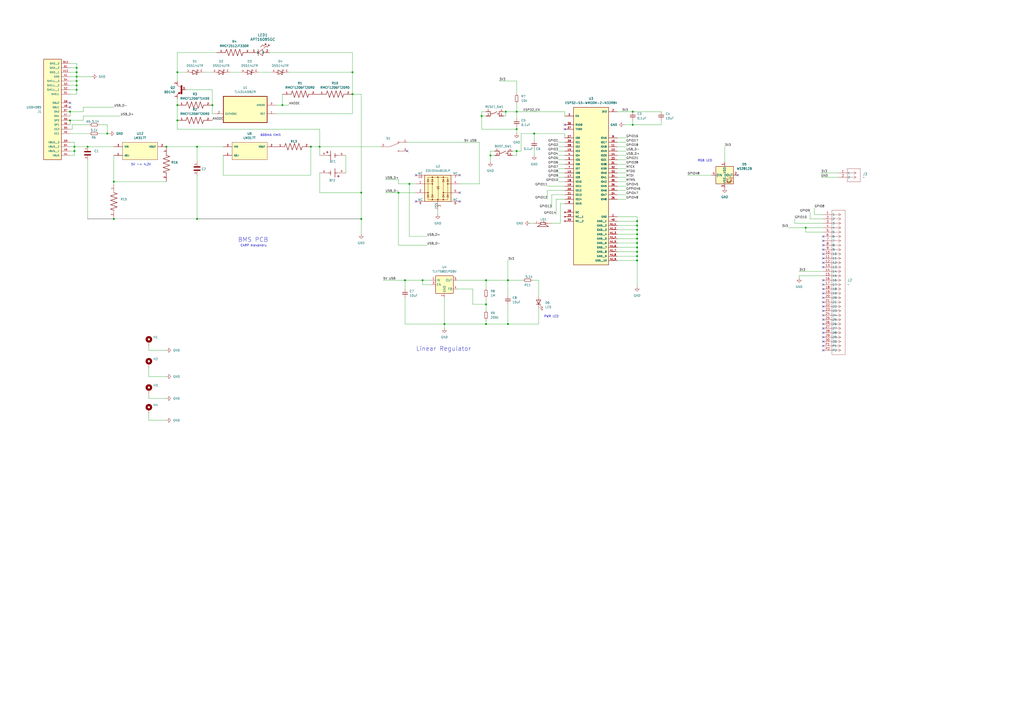
<source format=kicad_sch>
(kicad_sch (version 20231120) (generator "eeschema") (generator_version "8.0")
  (paper "A2")
  (title_block (title "RC PCB ") (date "2024-07-28") (rev "v3") (company "CampusFab FabRice "))
  (junction (at 114.3 127))
  (junction (at 66.04 127))
  (junction (at 209.55 127))
  (junction (at 245.11 162.56))
  (junction (at 123.19 60.96))
  (junction (at 369.57 135.89))
  (junction (at 299.72 74.93))
  (junction (at 467.36 132.08))
  (junction (at 40.64 64.77))
  (junction (at 44.45 41.91))
  (junction (at 369.57 146.05))
  (junction (at 209.55 111.76))
  (junction (at 50.8 85.09))
  (junction (at 66.04 105.41))
  (junction (at 102.87 60.96))
  (junction (at 369.57 148.59))
  (junction (at 279.4 67.31))
  (junction (at 234.95 162.56))
  (junction (at 281.94 187.96))
  (junction (at 293.37 64.77))
  (junction (at 62.23 77.47))
  (junction (at 204.47 41.91))
  (junction (at 163.83 60.96))
  (junction (at 180.34 85.09))
  (junction (at 369.57 128.27))
  (junction (at 185.42 85.09))
  (junction (at 369.57 143.51))
  (junction (at 281.94 162.56))
  (junction (at 231.14 111.76))
  (junction (at 44.45 52.07))
  (junction (at 102.87 41.91))
  (junction (at 367.03 64.77))
  (junction (at 44.45 46.99))
  (junction (at 204.47 54.61))
  (junction (at 43.18 85.09))
  (junction (at 43.18 87.63))
  (junction (at 369.57 130.81))
  (junction (at 369.57 133.35))
  (junction (at 102.87 69.85))
  (junction (at 294.64 162.56))
  (junction (at 44.45 39.37))
  (junction (at 114.3 85.09))
  (junction (at 237.49 106.68))
  (junction (at 309.88 77.47))
  (junction (at 44.45 49.53))
  (junction (at 281.94 176.53))
  (junction (at 299.72 64.77))
  (junction (at 294.64 187.96))
  (junction (at 40.64 69.85))
  (junction (at 284.48 90.17))
  (junction (at 257.81 187.96))
  (junction (at 44.45 44.45))
  (junction (at 369.57 151.13))
  (junction (at 369.57 138.43))
  (junction (at 96.52 85.09))
  (junction (at 367.03 72.39))
  (junction (at 299.72 87.63))
  (junction (at 369.57 140.97))
  (no_connect (at 477.52 182.88))
  (no_connect (at 40.64 62.23))
  (no_connect (at 477.52 177.8))
  (no_connect (at 477.52 144.78))
  (no_connect (at 477.52 149.86))
  (no_connect (at 477.52 200.66))
  (no_connect (at 40.64 59.69))
  (no_connect (at 266.7 116.84))
  (no_connect (at 477.52 187.96))
  (no_connect (at 477.52 165.1))
  (no_connect (at 266.7 111.76))
  (no_connect (at 477.52 137.16))
  (no_connect (at 236.22 87.63))
  (no_connect (at 427.99 101.6))
  (no_connect (at 477.52 142.24))
  (no_connect (at 477.52 198.12))
  (no_connect (at 477.52 139.7))
  (no_connect (at 477.52 193.04))
  (no_connect (at 477.52 175.26))
  (no_connect (at 477.52 195.58))
  (no_connect (at 477.52 147.32))
  (no_connect (at 477.52 190.5))
  (no_connect (at 241.3 101.6))
  (no_connect (at 241.3 116.84))
  (no_connect (at 266.7 101.6))
  (no_connect (at 477.52 167.64))
  (no_connect (at 477.52 154.94))
  (no_connect (at 477.52 162.56))
  (no_connect (at 477.52 152.4))
  (no_connect (at 477.52 170.18))
  (no_connect (at 327.66 72.39))
  (no_connect (at 327.66 74.93))
  (no_connect (at 477.52 185.42))
  (no_connect (at 477.52 172.72))
  (no_connect (at 477.52 203.2))
  (no_connect (at 477.52 180.34))
  (wire (pts (xy 293.37 64.77) (xy 299.72 64.77)))
  (wire (pts (xy 48.26 67.31) (xy 48.26 69.85)))
  (wire (pts (xy 133.35 41.91) (xy 139.7 41.91)))
  (wire (pts (xy 163.83 60.96) (xy 160.02 60.96)))
  (wire (pts (xy 292.1 67.31) (xy 293.37 67.31)))
  (wire (pts (xy 63.5 77.47) (xy 62.23 77.47)))
  (wire (pts (xy 245.11 165.1) (xy 245.11 162.56)))
  (wire (pts (xy 278.13 106.68) (xy 278.13 82.55)))
  (wire (pts (xy 367.03 72.39) (xy 383.54 72.39)))
  (wire (pts (xy 250.19 165.1) (xy 245.11 165.1)))
  (wire (pts (xy 231.14 111.76) (xy 241.3 111.76)))
  (wire (pts (xy 358.14 148.59) (xy 369.57 148.59)))
  (wire (pts (xy 358.14 146.05) (xy 369.57 146.05)))
  (wire (pts (xy 317.5 110.49) (xy 317.5 115.57)))
  (wire (pts (xy 358.14 140.97) (xy 369.57 140.97)))
  (wire (pts (xy 327.66 115.57) (xy 322.58 115.57)))
  (wire (pts (xy 254 124.46) (xy 254 121.92)))
  (wire (pts (xy 358.14 151.13) (xy 369.57 151.13)))
  (wire (pts (xy 86.36 200.66) (xy 86.36 203.2)))
  (wire (pts (xy 279.4 67.31) (xy 279.4 74.93)))
  (wire (pts (xy 369.57 125.73) (xy 369.57 128.27)))
  (wire (pts (xy 66.04 127) (xy 50.8 127)) (stroke (width 0) (color 0 0 0 1)))
  (wire (pts (xy 358.14 95.25) (xy 363.22 95.25)))
  (wire (pts (xy 102.87 30.48) (xy 125.73 30.48)))
  (wire (pts (xy 327.66 77.47) (xy 327.66 80.01)))
  (wire (pts (xy 185.42 100.33) (xy 185.42 111.76)))
  (wire (pts (xy 44.45 49.53) (xy 40.64 49.53)))
  (wire (pts (xy 323.85 92.71) (xy 327.66 92.71)))
  (wire (pts (xy 477.52 134.62) (xy 467.36 134.62)))
  (wire (pts (xy 43.18 82.55) (xy 43.18 85.09)))
  (wire (pts (xy 320.04 129.54) (xy 325.12 129.54)))
  (wire (pts (xy 476.25 102.87) (xy 486.41 102.87)))
  (wire (pts (xy 257.81 187.96) (xy 281.94 187.96)))
  (wire (pts (xy 257.81 187.96) (xy 257.81 172.72)))
  (wire (pts (xy 44.45 41.91) (xy 44.45 44.45)))
  (wire (pts (xy 231.14 142.24) (xy 247.65 142.24)))
  (wire (pts (xy 309.88 81.28) (xy 309.88 77.47)))
  (wire (pts (xy 118.11 41.91) (xy 123.19 41.91)))
  (wire (pts (xy 278.13 82.55) (xy 236.22 82.55)))
  (wire (pts (xy 294.64 151.13) (xy 294.64 162.56)))
  (wire (pts (xy 383.54 69.85) (xy 383.54 72.39)))
  (wire (pts (xy 477.52 160.02) (xy 463.55 160.02)))
  (wire (pts (xy 107.95 52.07) (xy 123.19 52.07)))
  (wire (pts (xy 66.04 105.41) (xy 96.52 105.41)))
  (wire (pts (xy 43.18 87.63) (xy 40.64 87.63)))
  (wire (pts (xy 123.19 52.07) (xy 123.19 60.96)))
  (wire (pts (xy 204.47 66.04) (xy 204.47 54.61)))
  (wire (pts (xy 167.64 41.91) (xy 204.47 41.91)))
  (wire (pts (xy 323.85 100.33) (xy 327.66 100.33)))
  (wire (pts (xy 307.34 129.54) (xy 309.88 129.54)))
  (wire (pts (xy 114.3 85.09) (xy 129.54 85.09)))
  (wire (pts (xy 323.85 90.17) (xy 327.66 90.17)))
  (wire (pts (xy 129.54 90.17) (xy 129.54 101.6)))
  (wire (pts (xy 358.14 97.79) (xy 363.22 97.79)))
  (wire (pts (xy 86.36 218.44) (xy 96.52 218.44)))
  (wire (pts (xy 48.26 69.85) (xy 40.64 69.85)))
  (wire (pts (xy 237.49 137.16) (xy 247.65 137.16)))
  (wire (pts (xy 358.14 143.51) (xy 369.57 143.51)))
  (wire (pts (xy 44.45 36.83) (xy 40.64 36.83)))
  (wire (pts (xy 185.42 111.76) (xy 209.55 111.76)))
  (wire (pts (xy 223.52 104.14) (xy 231.14 104.14)))
  (wire (pts (xy 284.48 90.17) (xy 284.48 93.98)))
  (wire (pts (xy 327.66 113.03) (xy 320.04 113.03)))
  (wire (pts (xy 469.9 123.19) (xy 469.9 127)))
  (wire (pts (xy 223.52 111.76) (xy 231.14 111.76)))
  (wire (pts (xy 102.87 60.96) (xy 102.87 69.85)))
  (wire (pts (xy 281.94 64.77) (xy 279.4 64.77)))
  (wire (pts (xy 114.3 127) (xy 209.55 127)) (stroke (width 0) (color 0 0 0 1)))
  (wire (pts (xy 102.87 57.15) (xy 102.87 60.96)))
  (wire (pts (xy 44.45 52.07) (xy 44.45 54.61)))
  (wire (pts (xy 299.72 74.93) (xy 299.72 77.47)))
  (wire (pts (xy 299.72 54.61) (xy 299.72 46.99)))
  (wire (pts (xy 317.5 107.95) (xy 327.66 107.95)))
  (wire (pts (xy 204.47 30.48) (xy 204.47 41.91)))
  (wire (pts (xy 358.14 110.49) (xy 363.22 110.49)))
  (wire (pts (xy 281.94 176.53) (xy 274.32 176.53)))
  (wire (pts (xy 185.42 85.09) (xy 220.98 85.09)))
  (wire (pts (xy 367.03 64.77) (xy 383.54 64.77)))
  (wire (pts (xy 234.95 187.96) (xy 257.81 187.96)))
  (wire (pts (xy 325.12 129.54) (xy 325.12 118.11)))
  (wire (pts (xy 369.57 143.51) (xy 369.57 146.05)))
  (wire (pts (xy 52.07 72.39) (xy 41.91 72.39)))
  (wire (pts (xy 279.4 74.93) (xy 299.72 74.93)))
  (wire (pts (xy 114.3 85.09) (xy 114.3 93.98)))
  (wire (pts (xy 234.95 162.56) (xy 234.95 167.64)))
  (wire (pts (xy 325.12 118.11) (xy 327.66 118.11)))
  (wire (pts (xy 299.72 59.69) (xy 299.72 64.77)))
  (wire (pts (xy 40.64 64.77) (xy 40.64 67.31)))
  (wire (pts (xy 204.47 41.91) (xy 204.47 54.61)))
  (wire (pts (xy 358.14 92.71) (xy 363.22 92.71)))
  (wire (pts (xy 293.37 67.31) (xy 293.37 64.77)))
  (wire (pts (xy 312.42 162.56) (xy 312.42 171.45)))
  (wire (pts (xy 327.66 64.77) (xy 327.66 67.31)))
  (wire (pts (xy 160.02 66.04) (xy 204.47 66.04)))
  (wire (pts (xy 86.36 231.14) (xy 96.52 231.14)))
  (wire (pts (xy 50.8 92.71) (xy 50.8 127)))
  (wire (pts (xy 358.14 135.89) (xy 369.57 135.89)))
  (wire (pts (xy 53.34 44.45) (xy 44.45 44.45)))
  (wire (pts (xy 102.87 46.99) (xy 102.87 41.91)))
  (wire (pts (xy 369.57 128.27) (xy 369.57 130.81)))
  (wire (pts (xy 312.42 179.07) (xy 312.42 187.96)))
  (wire (pts (xy 323.85 105.41) (xy 327.66 105.41)))
  (wire (pts (xy 358.14 85.09) (xy 363.22 85.09)))
  (wire (pts (xy 234.95 162.56) (xy 222.25 162.56)))
  (wire (pts (xy 299.72 64.77) (xy 327.66 64.77)))
  (wire (pts (xy 44.45 44.45) (xy 44.45 46.99)))
  (wire (pts (xy 44.45 54.61) (xy 40.64 54.61)))
  (wire (pts (xy 281.94 176.53) (xy 281.94 180.34)))
  (wire (pts (xy 44.45 41.91) (xy 40.64 41.91)))
  (wire (pts (xy 477.52 124.46) (xy 472.44 124.46)))
  (wire (pts (xy 102.87 69.85) (xy 102.87 74.93)))
  (wire (pts (xy 86.36 213.36) (xy 86.36 218.44)))
  (wire (pts (xy 320.04 113.03) (xy 320.04 120.65)))
  (wire (pts (xy 358.14 64.77) (xy 367.03 64.77)))
  (wire (pts (xy 123.19 66.04) (xy 123.19 60.96)))
  (wire (pts (xy 265.43 162.56) (xy 281.94 162.56)))
  (wire (pts (xy 41.91 74.93) (xy 40.64 74.93)))
  (wire (pts (xy 323.85 95.25) (xy 327.66 95.25)))
  (wire (pts (xy 461.01 127) (xy 461.01 129.54)))
  (wire (pts (xy 369.57 146.05) (xy 369.57 148.59)))
  (wire (pts (xy 44.45 49.53) (xy 44.45 52.07)))
  (wire (pts (xy 231.14 111.76) (xy 231.14 142.24)))
  (wire (pts (xy 231.14 106.68) (xy 237.49 106.68)))
  (wire (pts (xy 41.91 72.39) (xy 41.91 74.93)))
  (wire (pts (xy 287.02 87.63) (xy 284.48 87.63)))
  (wire (pts (xy 284.48 90.17) (xy 287.02 90.17)))
  (wire (pts (xy 44.45 36.83) (xy 44.45 39.37)))
  (wire (pts (xy 361.95 72.39) (xy 367.03 72.39)))
  (wire (pts (xy 44.45 52.07) (xy 40.64 52.07)))
  (wire (pts (xy 297.18 90.17) (xy 299.72 90.17)))
  (wire (pts (xy 44.45 46.99) (xy 44.45 49.53)))
  (wire (pts (xy 322.58 115.57) (xy 322.58 124.46)))
  (wire (pts (xy 52.07 77.47) (xy 40.64 77.47)))
  (wire (pts (xy 461.01 129.54) (xy 477.52 129.54)))
  (wire (pts (xy 323.85 97.79) (xy 327.66 97.79)))
  (wire (pts (xy 114.3 101.6) (xy 114.3 127)))
  (wire (pts (xy 302.26 77.47) (xy 302.26 87.63)))
  (wire (pts (xy 279.4 67.31) (xy 281.94 67.31)))
  (wire (pts (xy 149.86 41.91) (xy 157.48 41.91)))
  (wire (pts (xy 299.72 68.58) (xy 299.72 64.77)))
  (wire (pts (xy 309.88 86.36) (xy 309.88 90.17)))
  (wire (pts (xy 476.25 100.33) (xy 486.41 100.33)))
  (wire (pts (xy 40.64 64.77) (xy 48.26 64.77)))
  (wire (pts (xy 358.14 82.55) (xy 363.22 82.55)))
  (wire (pts (xy 185.42 74.93) (xy 102.87 74.93)))
  (wire (pts (xy 363.22 115.57) (xy 358.14 115.57)))
  (wire (pts (xy 312.42 187.96) (xy 294.64 187.96)))
  (wire (pts (xy 299.72 87.63) (xy 302.26 87.63)))
  (wire (pts (xy 369.57 130.81) (xy 369.57 133.35)))
  (wire (pts (xy 250.19 162.56) (xy 245.11 162.56)))
  (wire (pts (xy 44.45 39.37) (xy 44.45 41.91)))
  (wire (pts (xy 299.72 90.17) (xy 299.72 87.63)))
  (wire (pts (xy 185.42 90.17) (xy 185.42 85.09)))
  (wire (pts (xy 257.81 190.5) (xy 257.81 187.96)))
  (wire (pts (xy 43.18 82.55) (xy 40.64 82.55)))
  (wire (pts (xy 358.14 107.95) (xy 363.22 107.95)))
  (wire (pts (xy 420.37 85.09) (xy 420.37 93.98)))
  (wire (pts (xy 114.3 127) (xy 66.04 127)) (stroke (width 0.0254) (color 0 0 0 1)))
  (wire (pts (xy 62.23 72.39) (xy 62.23 77.47)))
  (wire (pts (xy 358.14 130.81) (xy 369.57 130.81)))
  (wire (pts (xy 102.87 41.91) (xy 107.95 41.91)))
  (wire (pts (xy 323.85 87.63) (xy 327.66 87.63)))
  (wire (pts (xy 234.95 172.72) (xy 234.95 187.96)))
  (wire (pts (xy 308.61 162.56) (xy 312.42 162.56)))
  (wire (pts (xy 281.94 162.56) (xy 294.64 162.56)))
  (wire (pts (xy 48.26 64.77) (xy 48.26 62.23)))
  (wire (pts (xy 457.2 132.08) (xy 467.36 132.08)))
  (wire (pts (xy 281.94 187.96) (xy 281.94 185.42)))
  (wire (pts (xy 129.54 101.6) (xy 180.34 101.6)))
  (wire (pts (xy 472.44 120.65) (xy 472.44 124.46)))
  (wire (pts (xy 309.88 77.47) (xy 302.26 77.47)))
  (wire (pts (xy 167.64 60.96) (xy 163.83 60.96)))
  (wire (pts (xy 44.45 46.99) (xy 40.64 46.99)))
  (wire (pts (xy 358.14 133.35) (xy 369.57 133.35)))
  (wire (pts (xy 294.64 162.56) (xy 294.64 171.45)))
  (wire (pts (xy 43.18 85.09) (xy 50.8 85.09)))
  (wire (pts (xy 323.85 85.09) (xy 327.66 85.09)))
  (wire (pts (xy 86.36 228.6) (xy 86.36 231.14)))
  (wire (pts (xy 358.14 113.03) (xy 363.22 113.03)))
  (wire (pts (xy 163.83 54.61) (xy 163.83 60.96)))
  (wire (pts (xy 309.88 77.47) (xy 327.66 77.47)))
  (wire (pts (xy 245.11 162.56) (xy 234.95 162.56)))
  (wire (pts (xy 294.64 176.53) (xy 294.64 187.96)))
  (wire (pts (xy 358.14 128.27) (xy 369.57 128.27)))
  (wire (pts (xy 86.36 243.84) (xy 96.52 243.84)))
  (wire (pts (xy 66.04 105.41) (xy 66.04 90.17)))
  (wire (pts (xy 358.14 125.73) (xy 369.57 125.73)))
  (wire (pts (xy 358.14 87.63) (xy 363.22 87.63)))
  (wire (pts (xy 369.57 133.35) (xy 369.57 135.89)))
  (wire (pts (xy 327.66 110.49) (xy 317.5 110.49)))
  (wire (pts (xy 43.18 90.17) (xy 40.64 90.17)))
  (wire (pts (xy 358.14 100.33) (xy 363.22 100.33)))
  (wire (pts (xy 43.18 85.09) (xy 40.64 85.09)))
  (wire (pts (xy 237.49 106.68) (xy 241.3 106.68)))
  (wire (pts (xy 289.56 46.99) (xy 299.72 46.99)))
  (wire (pts (xy 123.19 66.04) (xy 124.46 66.04)))
  (wire (pts (xy 266.7 106.68) (xy 278.13 106.68)))
  (wire (pts (xy 369.57 148.59) (xy 369.57 151.13)))
  (wire (pts (xy 358.14 102.87) (xy 363.22 102.87)))
  (wire (pts (xy 43.18 85.09) (xy 43.18 87.63)))
  (wire (pts (xy 299.72 73.66) (xy 299.72 74.93)))
  (wire (pts (xy 185.42 85.09) (xy 185.42 74.93)))
  (wire (pts (xy 102.87 41.91) (xy 102.87 30.48)))
  (wire (pts (xy 50.8 85.09) (xy 66.04 85.09)))
  (wire (pts (xy 231.14 104.14) (xy 231.14 106.68)))
  (wire (pts (xy 44.45 39.37) (xy 40.64 39.37)))
  (wire (pts (xy 274.32 167.64) (xy 265.43 167.64)))
  (wire (pts (xy 323.85 102.87) (xy 327.66 102.87)))
  (wire (pts (xy 358.14 138.43) (xy 369.57 138.43)))
  (wire (pts (xy 281.94 172.72) (xy 281.94 176.53)))
  (wire (pts (xy 467.36 132.08) (xy 477.52 132.08)))
  (wire (pts (xy 96.52 85.09) (xy 114.3 85.09)))
  (wire (pts (xy 294.64 162.56) (xy 303.53 162.56)))
  (wire (pts (xy 200.66 90.17) (xy 200.66 100.33)))
  (wire (pts (xy 279.4 64.77) (xy 279.4 67.31)))
  (wire (pts (xy 44.45 44.45) (xy 40.64 44.45)))
  (wire (pts (xy 369.57 151.13) (xy 369.57 166.37)))
  (wire (pts (xy 274.32 176.53) (xy 274.32 167.64)))
  (wire (pts (xy 369.57 135.89) (xy 369.57 138.43)))
  (wire (pts (xy 281.94 187.96) (xy 294.64 187.96)))
  (wire (pts (xy 237.49 106.68) (xy 237.49 137.16)))
  (wire (pts (xy 48.26 62.23) (xy 66.04 62.23)))
  (wire (pts (xy 398.78 101.6) (xy 412.75 101.6)))
  (wire (pts (xy 369.57 140.97) (xy 369.57 143.51)))
  (wire (pts (xy 358.14 90.17) (xy 363.22 90.17)))
  (wire (pts (xy 43.18 87.63) (xy 43.18 90.17)))
  (wire (pts (xy 86.36 240.03) (xy 86.36 243.84)))
  (wire (pts (xy 185.42 85.09) (xy 180.34 85.09)))
  (wire (pts (xy 86.36 203.2) (xy 96.52 203.2)))
  (wire (pts (xy 209.55 54.61) (xy 209.55 111.76)))
  (wire (pts (xy 156.21 30.48) (xy 204.47 30.48)))
  (wire (pts (xy 69.85 67.31) (xy 48.26 67.31)))
  (wire (pts (xy 297.18 87.63) (xy 299.72 87.63)))
  (wire (pts (xy 204.47 54.61) (xy 209.55 54.61)))
  (wire (pts (xy 323.85 82.55) (xy 327.66 82.55)))
  (wire (pts (xy 367.03 69.85) (xy 367.03 72.39)))
  (wire (pts (xy 477.52 127) (xy 469.9 127)))
  (wire (pts (xy 209.55 111.76) (xy 209.55 127)))
  (wire (pts (xy 209.55 127) (xy 209.55 135.89)))
  (wire (pts (xy 40.64 69.85) (xy 40.64 72.39)))
  (wire (pts (xy 369.57 138.43) (xy 369.57 140.97)))
  (wire (pts (xy 281.94 162.56) (xy 281.94 167.64)))
  (wire (pts (xy 292.1 64.77) (xy 293.37 64.77)))
  (wire (pts (xy 463.55 160.02) (xy 463.55 161.29)))
  (wire (pts (xy 463.55 157.48) (xy 477.52 157.48)))
  (wire (pts (xy 62.23 77.47) (xy 57.15 77.47)))
  (wire (pts (xy 57.15 72.39) (xy 62.23 72.39)))
  (wire (pts (xy 358.14 80.01) (xy 363.22 80.01)))
  (wire (pts (xy 358.14 105.41) (xy 363.22 105.41)))
  (wire (pts (xy 180.34 101.6) (xy 180.34 85.09)))
  (wire (pts (xy 284.48 87.63) (xy 284.48 90.17)))
  (wire (pts (xy 66.04 106.68) (xy 66.04 105.41)))
  (wire (pts (xy 467.36 134.62) (xy 467.36 132.08)))
  (text "600mA limit" (at 156.972 78.486 0) (effects (font (size 1.27 1.27))))
  (text "Linear Regulator" (at 257.302 202.438 0) (effects (font (size 2.54 2.54))))
  (text "PWR LED\n" (at 319.786 183.642 0) (effects (font (size 1.27 1.27))))
  (text "BMS PCB" (at 146.812 139.192 0) (effects (font (size 2.54 2.54))))
  (text "5V -> 4.2V" (at 81.788 95.504 0) (effects (font (size 1.27 1.27))))
  (text "RGB LED\n" (at 408.94 93.218 0) (effects (font (size 1.27 1.27))))
  (text "CARP Alexandru " (at 147.574 142.494 0) (effects (font (size 1.27 1.27))))
  (label "GPIO45" (at 363.22 107.95 0))
  (label "3V3" (at 294.64 151.13 0))
  (label "USB_D+" (at 223.52 104.14 0))
  (label "MTDI" (at 363.22 102.87 0))
  (label "GPIO18" (at 363.22 85.09 0))
  (label "GPIO8" (at 323.85 100.33 180))
  (label "USB_D-" (at 66.04 62.23 0))
  (label "GPPIO46" (at 363.22 110.49 0))
  (label "GPIO6" (at 323.85 95.25 180))
  (label "ANODE" (at 123.19 69.85 0))
  (label "5V USB" (at 222.25 162.56 0))
  (label "GPIO7" (at 323.85 97.79 180))
  (label "GPIO38" (at 363.22 95.25 0))
  (label "GPIO14" (at 322.58 124.46 180))
  (label "GPIO13" (at 320.04 120.65 180))
  (label "GPIO48" (at 398.78 101.6 0))
  (label "5V USB" (at 269.24 82.55 0))
  (label "ESP32_EN" (at 303.53 64.77 0))
  (label "USB_D+" (at 69.85 67.31 0))
  (label "GPIO9" (at 323.85 102.87 180))
  (label "GPIO4" (at 323.85 90.17 180))
  (label "GPIO11" (at 317.5 107.95 180))
  (label "GPIO8" (at 472.44 120.65 0))
  (label "GPIO3" (at 323.85 87.63 180))
  (label "GND" (at 476.25 102.87 0))
  (label "GPIO5" (at 323.85 92.71 180))
  (label "3V3" (at 420.37 85.09 0))
  (label "GPIO21" (at 363.22 92.71 0))
  (label "USB_D-" (at 247.65 142.24 0))
  (label "USB_D-" (at 223.52 111.76 0))
  (label "GPIO17" (at 363.22 82.55 0))
  (label "3V3" (at 476.25 100.33 0))
  (label "MTCK" (at 363.22 97.79 0))
  (label "GPIO9" (at 469.9 123.19 180))
  (label "USB_D-" (at 363.22 87.63 0))
  (label "GPIO16" (at 363.22 80.01 0))
  (label "GPIO12" (at 317.5 115.57 180))
  (label "MTMS" (at 363.22 105.41 0))
  (label "USB_D+" (at 247.65 137.16 0))
  (label "GPIO47" (at 363.22 113.03 0))
  (label "MTDO" (at 363.22 100.33 0))
  (label "USB_D+" (at 363.22 90.17 0))
  (label "GPIO2" (at 323.85 85.09 180))
  (label "3V3" (at 289.56 46.99 0))
  (label "GPIO10" (at 323.85 105.41 180))
  (label "3V3" (at 360.68 64.77 0))
  (label "GPIO1" (at 323.85 82.55 180))
  (label "ANODE" (at 167.64 60.96 0))
  (label "3V3" (at 463.55 157.48 0))
  (label "GPIO48" (at 363.22 115.57 0))
  (label "3V3" (at 457.2 132.08 180))
  (label "GPIO10" (at 461.01 127 0))
  (symbol (lib_id "CRCW12101K40FKEA:CRCW12101K40FKEA") (at 96.52 95.25 270) (unit 1)
    (property "Reference" "R16" (at 99.314 94.234 90) (effects (justify left)))
    (property "Value" "CRCW12101K40FKEA" (effects (hide yes)))
    (property "Footprint" "Footprints:RESC3225X60N" (effects (hide yes)))
  )
  (symbol (lib_id "power:GND") (at 309.88 90.17 0) (unit 1)
    (property "Reference" "#PWR07" (effects (hide yes)))
    (property "Value" "GND" (at 309.88 95.25 0))
    (property "Description" "Power symbol creates a global label with name \"GND\" , ground" (effects (hide yes)))
  )
  (symbol (lib_id "RMCF2512JT330R:RMCF2512JT330R") (at 135.89 30.48 0) (unit 1)
    (property "Reference" "R4" (at 135.89 24.13 0))
    (property "Value" "RMCF2512JT330R" (at 135.89 26.67 0))
    (property "Footprint" "Footprints:RESC6332X70N" (effects (hide yes)))
  )
  (symbol (lib_id "APT1608SGC:APT1608SGC") (at 146.05 30.48 0) (unit 1)
    (property "Reference" "LED1" (at 152.4 20.32 0) (effects (font (size 1.524 1.524))))
    (property "Value" "APT1608SGC" (at 152.4 22.86 0) (effects (font (size 1.524 1.524))))
    (property "Footprint" "Footprints:LED_APT1608SGC_KNB" (effects (hide yes)))
    (property "Datasheet" "APT1608SGC" (effects (hide yes)))
  )
  (symbol (lib_id "Mechanical:MountingHole_Pad") (at 86.36 226.06 0) (unit 1) (exclude_from_sim yes) (in_bom no)
    (property "Reference" "H3" (at 88.9 223.5199 0) (effects (justify left)))
    (property "Value" "MountingHole_Pad" (effects (hide yes)))
    (property "Footprint" "MountingHole:MountingHole_2.2mm_M2_Pad" (effects (hide yes)))
    (property "Description" "Mounting Hole with connection" (effects (hide yes)))
  )
  (symbol (lib_id "PH2:S2B-PH-K-SLFSN") (at 486.41 100.33 0) (unit 1)
    (property "Reference" "J3" (at 500.38 100.9649 0) (effects (font (size 1.524 1.524)) (justify left)))
    (property "Value" "~" (at 500.38 102.87 0) (effects (font (size 1.524 1.524)) (justify left)))
    (property "Footprint" "Connector_JST:JST_PH_B2B-PH-QUE_1x02_P2.00mm_Vertical" (effects (hide yes)))
    (property "Datasheet" "S2B-PH-K-SLFSN" (effects (hide yes)))
  )
  (symbol (lib_id "PTS810_SJM_250_SMTR_LFS:PTS810_SJM_250_SMTR_LFS") (at 287.02 64.77 0) (unit 1)
    (property "Reference" "RESET_SW1" (at 286.766 61.976 0))
    (property "Value" "PTS810_SJM_250_SMTR_LFS" (effects (hide yes)))
    (property "Footprint" "Footprints:SW_PTS810_SJM_250_SMTR_LFS" (effects (hide yes)))
    (property "MANUFACTURER" "CnK" (effects (hide yes)))
    (property "STANDARD" "Manufacturer Recommendations" (effects (hide yes)))
  )
  (symbol (lib_id "JMK325ABJ107MM-P:JMK325ABJ107MM-P") (at 114.3 96.52 270) (unit 1)
    (property "Reference" "C2" (at 116.84 98.044 90) (effects (justify left)))
    (property "Value" "JMK325ABJ107MM-P" (effects (hide yes)))
    (property "Footprint" "Footprints:CAPC3225X280N" (effects (hide yes)))
  )
  (symbol (lib_id "power:GND") (at 369.57 166.37 0) (unit 1)
    (property "Reference" "#PWR012" (effects (hide yes)))
    (property "Value" "GND" (at 369.57 171.45 0))
    (property "Description" "Power symbol creates a global label with name \"GND\" , ground" (effects (hide yes)))
  )
  (symbol (lib_id "400BWMSP1R2BLKSM6QE:400BWMSP1R2BLKSM6QE") (at 228.6 85.09 0) (unit 1)
    (property "Reference" "S1" (at 225.298 80.264 0))
    (property "Value" "400BWMSP1R2BLKSM6QE" (effects (hide yes)))
    (property "Footprint" "Footprints:SW_400BWMSP1R2BLKSM6QE" (effects (hide yes)))
    (property "PARTREV" "F" (effects (hide yes)))
    (property "MANUFACTURER" "E-switch" (effects (hide yes)))
    (property "MAXIMUM_PACKAGE_HEIGHT" "5.84 mm" (effects (hide yes)))
    (property "STANDARD" "Manufacturer Recommendations" (effects (hide yes)))
  )
  (symbol (lib_id "power:GND") (at 420.37 109.22 0) (unit 1)
    (property "Reference" "#PWR09" (effects (hide yes)))
    (property "Value" "GND" (at 420.37 114.3 0))
    (property "Description" "Power symbol creates a global label with name \"GND\" , ground" (effects (hide yes)))
  )
  (symbol (lib_id "power:GND") (at 63.5 77.47 90) (unit 1)
    (property "Reference" "#PWR02" (effects (hide yes)))
    (property "Value" "GND" (at 67.31 77.4699 90) (effects (justify right)))
    (property "Description" "Power symbol creates a global label with name \"GND\" , ground" (effects (hide yes)))
  )
  (symbol (lib_id "DSS14UTR:DSS14UTR") (at 144.78 41.91 0) (unit 1)
    (property "Reference" "D3" (at 144.78 35.56 0))
    (property "Value" "DSS14UTR" (at 144.78 38.1 0))
    (property "Footprint" "Footprints:SODFL3618X110N" (effects (hide yes)))
    (property "MF" "SMC Diode Solutions" (effects (hide yes)))
    (property "Description_1" "\nDiode Schottky 40 V 1A Surface Mount SOD-123FL\n" (effects (hide yes)))
    (property "Package" "SOD-123F SMC Diode Solutions" (effects (hide yes)))
    (property "Price" "None" (effects (hide yes)))
    (property "Check_prices" "https://www.snapeda.com/parts/DSS14UTR/SMC+Diode+Solutions/view-part/?ref=eda" (effects (hide yes)))
    (property "SnapEDA_Link" "https://www.snapeda.com/parts/DSS14UTR/SMC+Diode+Solutions/view-part/?ref=snap" (effects (hide yes)))
    (property "MP" "DSS14UTR" (effects (hide yes)))
    (property "Availability" "In Stock" (effects (hide yes)))
    (property "Purchase-URL" "https://pricing.snapeda.com/search/part/DSS14UTR/?ref=eda" (effects (hide yes)))
  )
  (symbol (lib_id "RMCF1206FT20R0:RMCF1206FT20R0") (at 113.03 69.85 0) (unit 1)
    (property "Reference" "R2" (at 113.03 63.5 0))
    (property "Value" "RMCF1206FT20R0" (at 113.03 66.04 0))
    (property "Footprint" "Footprints:RESC3216X70N" (effects (hide yes)))
  )
  (symbol (lib_id "1043P:1043P") (at 193.04 90.17 0) (unit 1)
    (property "Reference" "BT1" (at 193.04 93.726 0))
    (property "Value" "1043P" (effects (hide yes)))
    (property "Footprint" "1043P:BAT_1043P" (effects (hide yes)))
    (property "PARTREV" "D" (effects (hide yes)))
    (property "STANDARD" "Manufacturer Recommendations" (effects (hide yes)))
    (property "SNAPEDA_PN" "1043P" (effects (hide yes)))
    (property "MAXIMUM_PACKAGE_HEIGHT" "15.11mm" (effects (hide yes)))
    (property "MANUFACTURER" "Keystone" (effects (hide yes)))
  )
  (symbol (lib_id "power:GND") (at 96.52 243.84 90) (unit 1)
    (property "Reference" "#PWR017" (effects (hide yes)))
    (property "Value" "GND" (at 100.33 243.8399 90) (effects (justify right)))
    (property "Description" "Power symbol creates a global label with name \"GND\" , ground" (effects (hide yes)))
  )
  (symbol (lib_id "Device:R_Small") (at 306.07 162.56 90) (unit 1)
    (property "Reference" "R11" (at 306.07 165.354 90))
    (property "Value" "5.1k" (at 306.832 160.528 90))
    (property "Footprint" "Resistor_SMD:R_1206_3216Metric" (effects (hide yes)))
    (property "Description" "Resistor, small symbol" (effects (hide yes)))
  )
  (symbol (lib_id "power:GND") (at 96.52 218.44 90) (unit 1)
    (property "Reference" "#PWR015" (effects (hide yes)))
    (property "Value" "GND" (at 100.33 218.4399 90) (effects (justify right)))
    (property "Description" "Power symbol creates a global label with name \"GND\" , ground" (effects (hide yes)))
  )
  (symbol (lib_id "0524373071_30p:524373071") (at 477.52 124.46 0) (unit 1)
    (property "Reference" "J2" (at 491.49 162.5599 0) (effects (font (size 1.524 1.524)) (justify left)))
    (property "Value" "~" (at 491.49 165.0999 0) (effects (font (size 1.524 1.524)) (justify left)))
    (property "Footprint" "Footprints:CON_524373071_MOL" (effects (hide yes)))
    (property "Datasheet" "524373071" (effects (hide yes)))
  )
  (symbol (lib_id "Device:R_Small") (at 54.61 77.47 90) (unit 1)
    (property "Reference" "R6" (at 54.356 79.756 90))
    (property "Value" "5.1k" (at 54.61 75.438 90))
    (property "Footprint" "Resistor_SMD:R_0805_2012Metric" (effects (hide yes)))
    (property "Description" "Resistor, small symbol" (effects (hide yes)))
  )
  (symbol (lib_id "power:GND") (at 209.55 135.89 0) (unit 1)
    (property "Reference" "#PWR05" (effects (hide yes)))
    (property "Value" "GND" (at 209.55 140.97 0))
    (property "Description" "Power symbol creates a global label with name \"GND\" , ground" (effects (hide yes)))
  )
  (symbol (lib_id "LED:WS2812B") (at 420.37 101.6 0) (unit 1)
    (property "Reference" "D5" (at 431.8 95.2814 0))
    (property "Value" "WS2812B" (at 431.8 97.8214 0))
    (property "Footprint" "LED_SMD:LED_WS2812B_PLCC4_5.0x5.0mm_P3.2mm" (effects (hide yes)))
    (property "Datasheet" "https://cdn-shop.adafruit.com/datasheets/WS2812B.pdf" (effects (hide yes)))
    (property "Description" "RGB LED with integrated controller" (effects (hide yes)))
  )
  (symbol (lib_id "Device:C_Small") (at 367.03 67.31 0) (unit 1)
    (property "Reference" "C3" (at 369.57 66.0462 0) (effects (justify left)))
    (property "Value" "0.1uF" (at 369.57 68.5862 0) (effects (justify left)))
    (property "Footprint" "Capacitor_SMD:C_0805_2012Metric" (effects (hide yes)))
    (property "Description" "Unpolarized capacitor, small symbol" (effects (hide yes)))
  )
  (symbol (lib_id "power:GND") (at 284.48 93.98 0) (unit 1)
    (property "Reference" "#PWR011" (effects (hide yes)))
    (property "Value" "GND" (at 284.48 99.06 0))
    (property "Description" "Power symbol creates a global label with name \"GND\" , ground" (effects (hide yes)))
  )
  (symbol (lib_id "Device:R_Small") (at 281.94 170.18 0) (unit 1)
    (property "Reference" "R8" (at 284.48 168.9099 0) (effects (justify left)))
    (property "Value" "1M" (at 284.48 171.4499 0) (effects (justify left)))
    (property "Footprint" "Resistor_SMD:R_1206_3216Metric" (effects (hide yes)))
    (property "Description" "Resistor, small symbol" (effects (hide yes)))
  )
  (symbol (lib_id "CRM2512-FX-2R00ELF:CRM2512-FX-2R00ELF") (at 170.18 85.09 0) (unit 1)
    (property "Reference" "R13" (at 170.434 82.042 0))
    (property "Value" "CRM2512-FX-2R00ELF" (effects (hide yes)))
    (property "Footprint" "Footprints:RESC6331X80N" (effects (hide yes)))
  )
  (symbol (lib_id "Device:R_Small") (at 299.72 57.15 0) (unit 1)
    (property "Reference" "R7" (at 302.26 55.8799 0) (effects (justify left)))
    (property "Value" "10k" (at 302.26 58.4199 0) (effects (justify left)))
    (property "Footprint" "Resistor_SMD:R_0805_2012Metric" (effects (hide yes)))
    (property "Description" "Resistor, small symbol" (effects (hide yes)))
  )
  (symbol (lib_id "power:GND") (at 299.72 77.47 0) (unit 1)
    (property "Reference" "#PWR04" (effects (hide yes)))
    (property "Value" "GND" (at 299.72 82.55 0))
    (property "Description" "Power symbol creates a global label with name \"GND\" , ground" (effects (hide yes)))
  )
  (symbol (lib_id "Power_Protection:D3V3XA4B10LP") (at 254 109.22 0) (unit 1)
    (property "Reference" "U2" (at 254 96.52 0))
    (property "Value" "D3V3XA4B10LP" (at 254 99.06 0))
    (property "Footprint" "Package_DFN_QFN:Diodes_UDFN-10_1.0x2.5mm_P0.5mm" (effects (hide yes)))
    (property "Datasheet" "https://www.diodes.com/assets/Datasheets/D3V3XA4B10LP.pdf" (effects (hide yes)))
    (property "Description" "4-Channel Low Capacitance TVS Diode Array, DFN-10" (effects (hide yes)))
  )
  (symbol (lib_id "power:GND") (at 361.95 72.39 270) (unit 1)
    (property "Reference" "#PWR03" (effects (hide yes)))
    (property "Value" "GND" (at 358.14 72.3899 90) (effects (justify right)))
    (property "Description" "Power symbol creates a global label with name \"GND\" , ground" (effects (hide yes)))
  )
  (symbol (lib_id "Device:R_Small") (at 281.94 182.88 0) (unit 1)
    (property "Reference" "R9" (at 284.48 181.6099 0) (effects (justify left)))
    (property "Value" "200k" (at 284.48 184.1499 0) (effects (justify left)))
    (property "Footprint" "Resistor_SMD:R_1206_3216Metric" (effects (hide yes)))
    (property "Description" "Resistor, small symbol" (effects (hide yes)))
  )
  (symbol (lib_id "RMCF1206FT20R0:RMCF1206FT20R0") (at 173.99 54.61 0) (unit 1)
    (property "Reference" "R1" (at 173.99 48.26 0))
    (property "Value" "RMCF1206FT20R0" (at 173.99 50.8 0))
    (property "Footprint" "Footprints:RESC3216X70N" (effects (hide yes)))
  )
  (symbol (lib_id "RMCF1206FT1K00:RMCF1206FT1K00") (at 113.03 60.96 0) (unit 1)
    (property "Reference" "R3" (at 113.03 54.61 0))
    (property "Value" "RMCF1206FT1K00" (at 113.03 57.15 0))
    (property "Footprint" "Footprints:RESC3216X70N" (effects (hide yes)))
  )
  (symbol (lib_id "ESP32-S3-WROOM-2-N32R8V:ESP32-S3-WROOM-2-N32R8V") (at 342.9 95.25 0) (unit 1)
    (property "Reference" "U3" (at 342.9 57.15 0))
    (property "Value" "ESP32-S3-WROOM-2-N32R8V" (at 342.9 59.69 0))
    (property "Footprint" "Footprints:XCVR_ESP32-S3-WROOM-2-N32R8V" (effects (hide yes)))
    (property "PARTREV" "1.0" (effects (hide yes)))
    (property "STANDARD" "Manufacturer Recommendations" (effects (hide yes)))
    (property "SNAPEDA_PN" "ESP32-S3-WROOM-2-N32R8V" (effects (hide yes)))
    (property "MAXIMUM_PACKAGE_HEIGHT" "3.25mm" (effects (hide yes)))
    (property "MANUFACTURER" "Espressif" (effects (hide yes)))
  )
  (symbol (lib_id "Device:C_Small") (at 309.88 83.82 0) (unit 1)
    (property "Reference" "C6" (at 310.896 86.36 0) (effects (justify left)))
    (property "Value" "0.1uF" (at 303.784 86.36 0) (effects (justify left)))
    (property "Footprint" "Capacitor_SMD:C_0805_2012Metric" (effects (hide yes)))
    (property "Description" "Unpolarized capacitor, small symbol" (effects (hide yes)))
  )
  (symbol (lib_id "Device:LED") (at 312.42 175.26 90) (unit 1)
    (property "Reference" "D6" (at 316.23 175.5774 90) (effects (justify right)))
    (property "Value" "LED" (at 316.23 178.1174 90) (effects (justify right)))
    (property "Footprint" "LED_SMD:LED_0603_1608Metric" (effects (hide yes)))
    (property "Description" "Light emitting diode" (effects (hide yes)))
  )
  (symbol (lib_id "power:GND") (at 307.34 129.54 270) (unit 1)
    (property "Reference" "#PWR010" (effects (hide yes)))
    (property "Value" "GND" (at 303.53 129.5399 90) (effects (justify right)))
    (property "Description" "Power symbol creates a global label with name \"GND\" , ground" (effects (hide yes)))
  )
  (symbol (lib_id "LM317T:LM317T") (at 81.28 87.63 0) (unit 1)
    (property "Reference" "U12" (at 81.28 77.47 0))
    (property "Value" "LM317T" (at 81.28 80.01 0))
    (property "Footprint" "Footprints:TO254P1054X470X1955-3" (effects (hide yes)))
    (property "PARTREV" "L" (effects (hide yes)))
    (property "MANUFACTURER" "Texas Instruments" (effects (hide yes)))
    (property "MAXIMUM_PACKAGE_HEIGHT" "19.55 mm" (effects (hide yes)))
    (property "STANDARD" "IPC-7351B" (effects (hide yes)))
  )
  (symbol (lib_id "RMCF1206FT20R0:RMCF1206FT20R0") (at 194.31 54.61 0) (unit 1)
    (property "Reference" "R10" (at 194.31 48.26 0))
    (property "Value" "RMCF1206FT20R0" (at 194.31 50.8 0))
    (property "Footprint" "Footprints:RESC3216X70N" (effects (hide yes)))
  )
  (symbol (lib_id "power:GND") (at 463.55 161.29 0) (unit 1)
    (property "Reference" "#PWR013" (effects (hide yes)))
    (property "Value" "GND" (at 463.55 166.37 0))
    (property "Description" "Power symbol creates a global label with name \"GND\" , ground" (effects (hide yes)))
  )
  (symbol (lib_id "Mechanical:MountingHole_Pad") (at 86.36 210.82 0) (unit 1) (exclude_from_sim yes) (in_bom no)
    (property "Reference" "H2" (at 88.9 208.2799 0) (effects (justify left)))
    (property "Value" "MountingHole_Pad" (effects (hide yes)))
    (property "Footprint" "MountingHole:MountingHole_2.2mm_M2_Pad" (effects (hide yes)))
    (property "Description" "Mounting Hole with connection" (effects (hide yes)))
  )
  (symbol (lib_id "PTS810_SJM_250_SMTR_LFS:PTS810_SJM_250_SMTR_LFS") (at 292.1 87.63 0) (unit 1)
    (property "Reference" "BOOT_SW1" (at 291.846 84.836 0))
    (property "Value" "PTS810_SJM_250_SMTR_LFS" (effects (hide yes)))
    (property "Footprint" "Footprints:SW_PTS810_SJM_250_SMTR_LFS" (effects (hide yes)))
    (property "MANUFACTURER" "CnK" (effects (hide yes)))
    (property "STANDARD" "Manufacturer Recommendations" (effects (hide yes)))
  )
  (symbol (lib_id "JMK325ABJ107MM-P:JMK325ABJ107MM-P") (at 50.8 87.63 270) (unit 1)
    (property "Reference" "C1" (at 54.61 87.6299 90) (effects (justify left)))
    (property "Value" "JMK325ABJ107MM-P" (effects (hide yes)))
    (property "Footprint" "Footprints:CAPC3225X280N" (effects (hide yes)))
  )
  (symbol (lib_id "power:GND") (at 96.52 203.2 90) (unit 1)
    (property "Reference" "#PWR014" (effects (hide yes)))
    (property "Value" "GND" (at 100.33 203.1999 90) (effects (justify right)))
    (property "Description" "Power symbol creates a global label with name \"GND\" , ground" (effects (hide yes)))
  )
  (symbol (lib_id "TL431AIDBZR:TL431AIDBZR") (at 142.24 66.04 180) (unit 1)
    (property "Reference" "U1" (at 142.24 50.8 0))
    (property "Value" "TL431AIDBZR" (at 142.24 53.34 0))
    (property "Footprint" "Footprints:SOT95P237X112-3N" (effects (hide yes)))
    (property "SUPPLIER" "Texas Instruments" (effects (hide yes)))
    (property "OC_FARNELL" "1764815" (effects (hide yes)))
    (property "OC_NEWARK" "44J2402" (effects (hide yes)))
    (property "MPN" "TL431AIDBZR" (effects (hide yes)))
    (property "PACKAGE" "SOT23-3" (effects (hide yes)))
  )
  (symbol (lib_id "Device:C_Small") (at 299.72 71.12 0) (unit 1)
    (property "Reference" "C5" (at 302.26 69.8562 0) (effects (justify left)))
    (property "Value" "0.1uF" (at 302.26 72.3962 0) (effects (justify left)))
    (property "Footprint" "Capacitor_SMD:C_0805_2012Metric" (effects (hide yes)))
    (property "Description" "Unpolarized capacitor, small symbol" (effects (hide yes)))
  )
  (symbol (lib_id "CEM-1206S:CEM-1206S") (at 314.96 129.54 270) (unit 1)
    (property "Reference" "LS1" (at 315.214 127.254 90))
    (property "Value" "CEM-1206S" (effects (hide yes)))
    (property "Footprint" "Footprints:CUI_CEM-1206S" (effects (hide yes)))
    (property "Description" "CUI" (effects (hide yes)))
    (property "DESCRIPTION" "12 mm, 5 V, 85 dB, Through Hole, Sealed, Magnetic Audio Transducer Buzzer" (effects (hide yes)))
    (property "PACKAGE" "CUI" (effects (hide yes)))
    (property "PRICE" "0.61 USD" (effects (hide yes)))
    (property "MP" "CEM-1206S" (effects (hide yes)))
    (property "AVAILABILITY" "Good" (effects (hide yes)))
  )
  (symbol (lib_id "Device:C_Small") (at 234.95 170.18 0) (unit 1)
    (property "Reference" "C7" (at 237.49 168.9162 0) (effects (justify left)))
    (property "Value" "10uF" (at 237.49 171.4562 0) (effects (justify left)))
    (property "Footprint" "Capacitor_SMD:C_0805_2012Metric" (effects (hide yes)))
    (property "Description" "Unpolarized capacitor, small symbol" (effects (hide yes)))
  )
  (symbol (lib_id "DSS14UTR:DSS14UTR") (at 113.03 41.91 0) (unit 1)
    (property "Reference" "D1" (at 113.03 35.56 0))
    (property "Value" "DSS14UTR" (at 113.03 38.1 0))
    (property "Footprint" "Footprints:SODFL3618X110N" (effects (hide yes)))
    (property "MF" "SMC Diode Solutions" (effects (hide yes)))
    (property "Description_1" "\nDiode Schottky 40 V 1A Surface Mount SOD-123FL\n" (effects (hide yes)))
    (property "Package" "SOD-123F SMC Diode Solutions" (effects (hide yes)))
    (property "Price" "None" (effects (hide yes)))
    (property "Check_prices" "https://www.snapeda.com/parts/DSS14UTR/SMC+Diode+Solutions/view-part/?ref=eda" (effects (hide yes)))
    (property "SnapEDA_Link" "https://www.snapeda.com/parts/DSS14UTR/SMC+Diode+Solutions/view-part/?ref=snap" (effects (hide yes)))
    (property "MP" "DSS14UTR" (effects (hide yes)))
    (property "Availability" "In Stock" (effects (hide yes)))
    (property "Purchase-URL" "https://pricing.snapeda.com/search/part/DSS14UTR/?ref=eda" (effects (hide yes)))
  )
  (symbol (lib_id "BD140:BD140") (at 105.41 52.07 180) (unit 1)
    (property "Reference" "Q2" (at 101.6 50.8316 0) (effects (justify left)))
    (property "Value" "BD140" (at 101.6 53.3716 0) (effects (justify left)))
    (property "Footprint" "Footprints:TO229P760X270X1364-3" (effects (hide yes)))
    (property "PARTREV" "16" (effects (hide yes)))
    (property "MANUFACTURER" "ON Semiconductor" (effects (hide yes)))
    (property "MAXIMUM_PACKAGE_HEIGHT" "13.64 mm" (effects (hide yes)))
    (property "STANDARD" "IPC 7351B" (effects (hide yes)))
  )
  (symbol (lib_id "USB4085-GF-A_REVB:USB4085-GF-A_REVB") (at 30.48 74.93 180) (unit 1)
    (property "Reference" "J1" (at 24.13 64.7701 0) (effects (justify left)))
    (property "Value" "USB4085" (at 24.13 62.2301 0) (effects (justify left)))
    (property "Footprint" "Footprints:GCT_USB4085-GF-A_REVB" (effects (hide yes)))
    (property "PARTREV" "B" (effects (hide yes)))
    (property "STANDARD" "Manufacturer Recommendations" (effects (hide yes)))
    (property "SNAPEDA_PN" "USB4085-GF-A" (effects (hide yes)))
    (property "MAXIMUM_PACKAGE_HEIGHT" "3.16mm" (effects (hide yes)))
    (property "MANUFACTURER" "Global Connector Technology" (effects (hide yes)))
  )
  (symbol (lib_id "DSS14UTR:DSS14UTR") (at 128.27 41.91 0) (unit 1)
    (property "Reference" "D2" (at 128.27 35.56 0))
    (property "Value" "DSS14UTR" (at 128.27 38.1 0))
    (property "Footprint" "Footprints:SODFL3618X110N" (effects (hide yes)))
    (property "MF" "SMC Diode Solutions" (effects (hide yes)))
    (property "Description_1" "\nDiode Schottky 40 V 1A Surface Mount SOD-123FL\n" (effects (hide yes)))
    (property "Package" "SOD-123F SMC Diode Solutions" (effects (hide yes)))
    (property "Price" "None" (effects (hide yes)))
    (property "Check_prices" "https://www.snapeda.com/parts/DSS14UTR/SMC+Diode+Solutions/view-part/?ref=eda" (effects (hide yes)))
    (property "SnapEDA_Link" "https://www.snapeda.com/parts/DSS14UTR/SMC+Diode+Solutions/view-part/?ref=snap" (effects (hide yes)))
    (property "MP" "DSS14UTR" (effects (hide yes)))
    (property "Availability" "In Stock" (effects (hide yes)))
    (property "Purchase-URL" "https://pricing.snapeda.com/search/part/DSS14UTR/?ref=eda" (effects (hide yes)))
  )
  (symbol (lib_id "1043P:1043P") (at 193.04 100.33 180) (unit 1)
    (property "Reference" "BT2" (at 192.786 104.648 0))
    (property "Value" "1043P" (effects (hide yes)))
    (property "Footprint" "Footprints:BAT_1043P" (effects (hide yes)))
    (property "PARTREV" "D" (effects (hide yes)))
    (property "STANDARD" "Manufacturer Recommendations" (effects (hide yes)))
    (property "SNAPEDA_PN" "1043P" (effects (hide yes)))
    (property "MAXIMUM_PACKAGE_HEIGHT" "15.11mm" (effects (hide yes)))
    (property "MANUFACTURER" "Keystone" (effects (hide yes)))
  )
  (symbol (lib_id "Device:R_Small") (at 54.61 72.39 90) (unit 1)
    (property "Reference" "R5" (at 51.308 70.612 90))
    (property "Value" "5.1k" (at 55.372 70.358 90))
    (property "Footprint" "Resistor_SMD:R_0805_2012Metric" (effects (hide yes)))
    (property "Description" "Resistor, small symbol" (effects (hide yes)))
  )
  (symbol (lib_id "Regulator_Linear:TLV75801PDBV") (at 257.81 165.1 0) (unit 1)
    (property "Reference" "U4" (at 257.81 154.94 0))
    (property "Value" "TLV75801PDBV" (at 257.81 157.48 0))
    (property "Footprint" "Package_TO_SOT_SMD:SOT-23-5" (effects (hide yes)))
    (property "Datasheet" "https://www.ti.com/lit/ds/symlink/tlv758p.pdf" (effects (hide yes)))
    (property "Description" "500mA Low-Dropout Linear Regulator, Adjustable Output, SOT-23-5" (effects (hide yes)))
  )
  (symbol (lib_id "DSS14UTR:DSS14UTR") (at 162.56 41.91 0) (unit 1)
    (property "Reference" "D4" (at 162.56 35.56 0))
    (property "Value" "DSS14UTR" (at 162.56 38.1 0))
    (property "Footprint" "Footprints:SODFL3618X110N" (effects (hide yes)))
    (property "MF" "SMC Diode Solutions" (effects (hide yes)))
    (property "Description_1" "\nDiode Schottky 40 V 1A Surface Mount SOD-123FL\n" (effects (hide yes)))
    (property "Package" "SOD-123F SMC Diode Solutions" (effects (hide yes)))
    (property "Price" "None" (effects (hide yes)))
    (property "Check_prices" "https://www.snapeda.com/parts/DSS14UTR/SMC+Diode+Solutions/view-part/?ref=eda" (effects (hide yes)))
    (property "SnapEDA_Link" "https://www.snapeda.com/parts/DSS14UTR/SMC+Diode+Solutions/view-part/?ref=snap" (effects (hide yes)))
    (property "MP" "DSS14UTR" (effects (hide yes)))
    (property "Availability" "In Stock" (effects (hide yes)))
    (property "Purchase-URL" "https://pricing.snapeda.com/search/part/DSS14UTR/?ref=eda" (effects (hide yes)))
  )
  (symbol (lib_id "power:GND") (at 96.52 231.14 90) (unit 1)
    (property "Reference" "#PWR016" (effects (hide yes)))
    (property "Value" "GND" (at 100.33 231.1399 90) (effects (justify right)))
    (property "Description" "Power symbol creates a global label with name \"GND\" , ground" (effects (hide yes)))
  )
  (symbol (lib_id "Mechanical:MountingHole_Pad") (at 86.36 237.49 0) (unit 1) (exclude_from_sim yes) (in_bom no)
    (property "Reference" "H4" (at 88.9 234.9499 0) (effects (justify left)))
    (property "Value" "MountingHole_Pad" (effects (hide yes)))
    (property "Footprint" "MountingHole:MountingHole_2.2mm_M2_Pad" (effects (hide yes)))
    (property "Description" "Mounting Hole with connection" (effects (hide yes)))
  )
  (symbol (lib_id "power:GND") (at 53.34 44.45 90) (unit 1)
    (property "Reference" "#PWR06" (effects (hide yes)))
    (property "Value" "GND" (at 57.15 44.4499 90) (effects (justify right)))
    (property "Description" "Power symbol creates a global label with name \"GND\" , ground" (effects (hide yes)))
  )
  (symbol (lib_id "Device:C_Small") (at 294.64 173.99 0) (unit 1)
    (property "Reference" "C8" (at 297.18 172.7262 0) (effects (justify left)))
    (property "Value" "10uF" (at 297.18 175.2662 0) (effects (justify left)))
    (property "Footprint" "Capacitor_SMD:C_0805_2012Metric" (effects (hide yes)))
    (property "Description" "Unpolarized capacitor, small symbol" (effects (hide yes)))
  )
  (symbol (lib_id "power:GND") (at 254 124.46 0) (unit 1)
    (property "Reference" "#PWR01" (effects (hide yes)))
    (property "Value" "GND" (at 254 129.54 0))
    (property "Description" "Power symbol creates a global label with name \"GND\" , ground" (effects (hide yes)))
  )
  (symbol (lib_id "LM317T:LM317T") (at 144.78 87.63 0) (unit 1)
    (property "Reference" "U6" (at 144.78 77.47 0))
    (property "Value" "LM317T" (at 144.78 80.01 0))
    (property "Footprint" "Footprints:TO254P1054X470X1955-3" (effects (hide yes)))
    (property "PARTREV" "L" (effects (hide yes)))
    (property "MANUFACTURER" "Texas Instruments" (effects (hide yes)))
    (property "MAXIMUM_PACKAGE_HEIGHT" "19.55 mm" (effects (hide yes)))
    (property "STANDARD" "IPC-7351B" (effects (hide yes)))
  )
  (symbol (lib_id "RMCF2512JT3K30:RMCF2512JT3K30") (at 66.04 116.84 270) (unit 1)
    (property "Reference" "R15" (at 69.85 115.5699 90) (effects (justify left)))
    (property "Value" "RMCF2512JT3K30" (effects (hide yes)))
    (property "Footprint" "Footprints:RESC3216X70N" (effects (hide yes)))
  )
  (symbol (lib_id "power:GND") (at 257.81 190.5 0) (unit 1)
    (property "Reference" "#PWR08" (effects (hide yes)))
    (property "Value" "GND" (at 257.81 195.58 0))
    (property "Description" "Power symbol creates a global label with name \"GND\" , ground" (effects (hide yes)))
  )
  (symbol (lib_id "Device:C_Small") (at 383.54 67.31 0) (unit 1)
    (property "Reference" "C4" (at 386.08 66.0462 0) (effects (justify left)))
    (property "Value" "10uF" (at 386.08 68.5862 0) (effects (justify left)))
    (property "Footprint" "Capacitor_SMD:C_0805_2012Metric" (effects (hide yes)))
    (property "Description" "Unpolarized capacitor, small symbol" (effects (hide yes)))
  )
  (symbol (lib_id "Mechanical:MountingHole_Pad") (at 86.36 198.12 0) (unit 1) (exclude_from_sim yes) (in_bom no)
    (property "Reference" "H1" (at 88.9 195.5799 0) (effects (justify left)))
    (property "Value" "MountingHole_Pad" (effects (hide yes)))
    (property "Footprint" "MountingHole:MountingHole_2.2mm_M2_Pad" (effects (hide yes)))
    (property "Description" "Mounting Hole with connection" (effects (hide yes)))
  )
)
</source>
